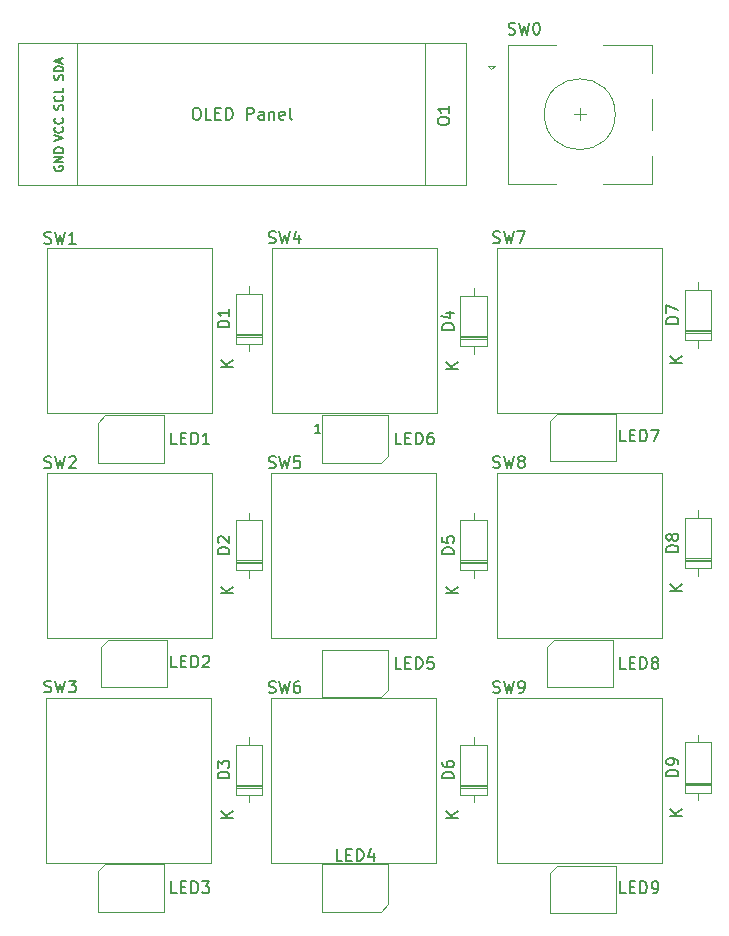
<source format=gbr>
%TF.GenerationSoftware,KiCad,Pcbnew,9.0.7*%
%TF.CreationDate,2026-02-06T20:11:41-05:00*%
%TF.ProjectId,Keypad,4b657970-6164-42e6-9b69-6361645f7063,rev?*%
%TF.SameCoordinates,Original*%
%TF.FileFunction,Legend,Top*%
%TF.FilePolarity,Positive*%
%FSLAX46Y46*%
G04 Gerber Fmt 4.6, Leading zero omitted, Abs format (unit mm)*
G04 Created by KiCad (PCBNEW 9.0.7) date 2026-02-06 20:11:41*
%MOMM*%
%LPD*%
G01*
G04 APERTURE LIST*
%ADD10C,0.150000*%
%ADD11C,0.120000*%
%ADD12C,0.040000*%
G04 APERTURE END LIST*
D10*
X130880952Y-111329819D02*
X130404762Y-111329819D01*
X130404762Y-111329819D02*
X130404762Y-110329819D01*
X131214286Y-110806009D02*
X131547619Y-110806009D01*
X131690476Y-111329819D02*
X131214286Y-111329819D01*
X131214286Y-111329819D02*
X131214286Y-110329819D01*
X131214286Y-110329819D02*
X131690476Y-110329819D01*
X132119048Y-111329819D02*
X132119048Y-110329819D01*
X132119048Y-110329819D02*
X132357143Y-110329819D01*
X132357143Y-110329819D02*
X132500000Y-110377438D01*
X132500000Y-110377438D02*
X132595238Y-110472676D01*
X132595238Y-110472676D02*
X132642857Y-110567914D01*
X132642857Y-110567914D02*
X132690476Y-110758390D01*
X132690476Y-110758390D02*
X132690476Y-110901247D01*
X132690476Y-110901247D02*
X132642857Y-111091723D01*
X132642857Y-111091723D02*
X132595238Y-111186961D01*
X132595238Y-111186961D02*
X132500000Y-111282200D01*
X132500000Y-111282200D02*
X132357143Y-111329819D01*
X132357143Y-111329819D02*
X132119048Y-111329819D01*
X133071429Y-110425057D02*
X133119048Y-110377438D01*
X133119048Y-110377438D02*
X133214286Y-110329819D01*
X133214286Y-110329819D02*
X133452381Y-110329819D01*
X133452381Y-110329819D02*
X133547619Y-110377438D01*
X133547619Y-110377438D02*
X133595238Y-110425057D01*
X133595238Y-110425057D02*
X133642857Y-110520295D01*
X133642857Y-110520295D02*
X133642857Y-110615533D01*
X133642857Y-110615533D02*
X133595238Y-110758390D01*
X133595238Y-110758390D02*
X133023810Y-111329819D01*
X133023810Y-111329819D02*
X133642857Y-111329819D01*
X138666667Y-94407200D02*
X138809524Y-94454819D01*
X138809524Y-94454819D02*
X139047619Y-94454819D01*
X139047619Y-94454819D02*
X139142857Y-94407200D01*
X139142857Y-94407200D02*
X139190476Y-94359580D01*
X139190476Y-94359580D02*
X139238095Y-94264342D01*
X139238095Y-94264342D02*
X139238095Y-94169104D01*
X139238095Y-94169104D02*
X139190476Y-94073866D01*
X139190476Y-94073866D02*
X139142857Y-94026247D01*
X139142857Y-94026247D02*
X139047619Y-93978628D01*
X139047619Y-93978628D02*
X138857143Y-93931009D01*
X138857143Y-93931009D02*
X138761905Y-93883390D01*
X138761905Y-93883390D02*
X138714286Y-93835771D01*
X138714286Y-93835771D02*
X138666667Y-93740533D01*
X138666667Y-93740533D02*
X138666667Y-93645295D01*
X138666667Y-93645295D02*
X138714286Y-93550057D01*
X138714286Y-93550057D02*
X138761905Y-93502438D01*
X138761905Y-93502438D02*
X138857143Y-93454819D01*
X138857143Y-93454819D02*
X139095238Y-93454819D01*
X139095238Y-93454819D02*
X139238095Y-93502438D01*
X139571429Y-93454819D02*
X139809524Y-94454819D01*
X139809524Y-94454819D02*
X140000000Y-93740533D01*
X140000000Y-93740533D02*
X140190476Y-94454819D01*
X140190476Y-94454819D02*
X140428572Y-93454819D01*
X141285714Y-93454819D02*
X140809524Y-93454819D01*
X140809524Y-93454819D02*
X140761905Y-93931009D01*
X140761905Y-93931009D02*
X140809524Y-93883390D01*
X140809524Y-93883390D02*
X140904762Y-93835771D01*
X140904762Y-93835771D02*
X141142857Y-93835771D01*
X141142857Y-93835771D02*
X141238095Y-93883390D01*
X141238095Y-93883390D02*
X141285714Y-93931009D01*
X141285714Y-93931009D02*
X141333333Y-94026247D01*
X141333333Y-94026247D02*
X141333333Y-94264342D01*
X141333333Y-94264342D02*
X141285714Y-94359580D01*
X141285714Y-94359580D02*
X141238095Y-94407200D01*
X141238095Y-94407200D02*
X141142857Y-94454819D01*
X141142857Y-94454819D02*
X140904762Y-94454819D01*
X140904762Y-94454819D02*
X140809524Y-94407200D01*
X140809524Y-94407200D02*
X140761905Y-94359580D01*
X168880952Y-130454819D02*
X168404762Y-130454819D01*
X168404762Y-130454819D02*
X168404762Y-129454819D01*
X169214286Y-129931009D02*
X169547619Y-129931009D01*
X169690476Y-130454819D02*
X169214286Y-130454819D01*
X169214286Y-130454819D02*
X169214286Y-129454819D01*
X169214286Y-129454819D02*
X169690476Y-129454819D01*
X170119048Y-130454819D02*
X170119048Y-129454819D01*
X170119048Y-129454819D02*
X170357143Y-129454819D01*
X170357143Y-129454819D02*
X170500000Y-129502438D01*
X170500000Y-129502438D02*
X170595238Y-129597676D01*
X170595238Y-129597676D02*
X170642857Y-129692914D01*
X170642857Y-129692914D02*
X170690476Y-129883390D01*
X170690476Y-129883390D02*
X170690476Y-130026247D01*
X170690476Y-130026247D02*
X170642857Y-130216723D01*
X170642857Y-130216723D02*
X170595238Y-130311961D01*
X170595238Y-130311961D02*
X170500000Y-130407200D01*
X170500000Y-130407200D02*
X170357143Y-130454819D01*
X170357143Y-130454819D02*
X170119048Y-130454819D01*
X171166667Y-130454819D02*
X171357143Y-130454819D01*
X171357143Y-130454819D02*
X171452381Y-130407200D01*
X171452381Y-130407200D02*
X171500000Y-130359580D01*
X171500000Y-130359580D02*
X171595238Y-130216723D01*
X171595238Y-130216723D02*
X171642857Y-130026247D01*
X171642857Y-130026247D02*
X171642857Y-129645295D01*
X171642857Y-129645295D02*
X171595238Y-129550057D01*
X171595238Y-129550057D02*
X171547619Y-129502438D01*
X171547619Y-129502438D02*
X171452381Y-129454819D01*
X171452381Y-129454819D02*
X171261905Y-129454819D01*
X171261905Y-129454819D02*
X171166667Y-129502438D01*
X171166667Y-129502438D02*
X171119048Y-129550057D01*
X171119048Y-129550057D02*
X171071429Y-129645295D01*
X171071429Y-129645295D02*
X171071429Y-129883390D01*
X171071429Y-129883390D02*
X171119048Y-129978628D01*
X171119048Y-129978628D02*
X171166667Y-130026247D01*
X171166667Y-130026247D02*
X171261905Y-130073866D01*
X171261905Y-130073866D02*
X171452381Y-130073866D01*
X171452381Y-130073866D02*
X171547619Y-130026247D01*
X171547619Y-130026247D02*
X171595238Y-129978628D01*
X171595238Y-129978628D02*
X171642857Y-129883390D01*
X138666667Y-75373200D02*
X138809524Y-75420819D01*
X138809524Y-75420819D02*
X139047619Y-75420819D01*
X139047619Y-75420819D02*
X139142857Y-75373200D01*
X139142857Y-75373200D02*
X139190476Y-75325580D01*
X139190476Y-75325580D02*
X139238095Y-75230342D01*
X139238095Y-75230342D02*
X139238095Y-75135104D01*
X139238095Y-75135104D02*
X139190476Y-75039866D01*
X139190476Y-75039866D02*
X139142857Y-74992247D01*
X139142857Y-74992247D02*
X139047619Y-74944628D01*
X139047619Y-74944628D02*
X138857143Y-74897009D01*
X138857143Y-74897009D02*
X138761905Y-74849390D01*
X138761905Y-74849390D02*
X138714286Y-74801771D01*
X138714286Y-74801771D02*
X138666667Y-74706533D01*
X138666667Y-74706533D02*
X138666667Y-74611295D01*
X138666667Y-74611295D02*
X138714286Y-74516057D01*
X138714286Y-74516057D02*
X138761905Y-74468438D01*
X138761905Y-74468438D02*
X138857143Y-74420819D01*
X138857143Y-74420819D02*
X139095238Y-74420819D01*
X139095238Y-74420819D02*
X139238095Y-74468438D01*
X139571429Y-74420819D02*
X139809524Y-75420819D01*
X139809524Y-75420819D02*
X140000000Y-74706533D01*
X140000000Y-74706533D02*
X140190476Y-75420819D01*
X140190476Y-75420819D02*
X140428572Y-74420819D01*
X141238095Y-74754152D02*
X141238095Y-75420819D01*
X141000000Y-74373200D02*
X140761905Y-75087485D01*
X140761905Y-75087485D02*
X141380952Y-75087485D01*
X119666667Y-113407200D02*
X119809524Y-113454819D01*
X119809524Y-113454819D02*
X120047619Y-113454819D01*
X120047619Y-113454819D02*
X120142857Y-113407200D01*
X120142857Y-113407200D02*
X120190476Y-113359580D01*
X120190476Y-113359580D02*
X120238095Y-113264342D01*
X120238095Y-113264342D02*
X120238095Y-113169104D01*
X120238095Y-113169104D02*
X120190476Y-113073866D01*
X120190476Y-113073866D02*
X120142857Y-113026247D01*
X120142857Y-113026247D02*
X120047619Y-112978628D01*
X120047619Y-112978628D02*
X119857143Y-112931009D01*
X119857143Y-112931009D02*
X119761905Y-112883390D01*
X119761905Y-112883390D02*
X119714286Y-112835771D01*
X119714286Y-112835771D02*
X119666667Y-112740533D01*
X119666667Y-112740533D02*
X119666667Y-112645295D01*
X119666667Y-112645295D02*
X119714286Y-112550057D01*
X119714286Y-112550057D02*
X119761905Y-112502438D01*
X119761905Y-112502438D02*
X119857143Y-112454819D01*
X119857143Y-112454819D02*
X120095238Y-112454819D01*
X120095238Y-112454819D02*
X120238095Y-112502438D01*
X120571429Y-112454819D02*
X120809524Y-113454819D01*
X120809524Y-113454819D02*
X121000000Y-112740533D01*
X121000000Y-112740533D02*
X121190476Y-113454819D01*
X121190476Y-113454819D02*
X121428572Y-112454819D01*
X121714286Y-112454819D02*
X122333333Y-112454819D01*
X122333333Y-112454819D02*
X122000000Y-112835771D01*
X122000000Y-112835771D02*
X122142857Y-112835771D01*
X122142857Y-112835771D02*
X122238095Y-112883390D01*
X122238095Y-112883390D02*
X122285714Y-112931009D01*
X122285714Y-112931009D02*
X122333333Y-113026247D01*
X122333333Y-113026247D02*
X122333333Y-113264342D01*
X122333333Y-113264342D02*
X122285714Y-113359580D01*
X122285714Y-113359580D02*
X122238095Y-113407200D01*
X122238095Y-113407200D02*
X122142857Y-113454819D01*
X122142857Y-113454819D02*
X121857143Y-113454819D01*
X121857143Y-113454819D02*
X121761905Y-113407200D01*
X121761905Y-113407200D02*
X121714286Y-113359580D01*
X144880952Y-127704819D02*
X144404762Y-127704819D01*
X144404762Y-127704819D02*
X144404762Y-126704819D01*
X145214286Y-127181009D02*
X145547619Y-127181009D01*
X145690476Y-127704819D02*
X145214286Y-127704819D01*
X145214286Y-127704819D02*
X145214286Y-126704819D01*
X145214286Y-126704819D02*
X145690476Y-126704819D01*
X146119048Y-127704819D02*
X146119048Y-126704819D01*
X146119048Y-126704819D02*
X146357143Y-126704819D01*
X146357143Y-126704819D02*
X146500000Y-126752438D01*
X146500000Y-126752438D02*
X146595238Y-126847676D01*
X146595238Y-126847676D02*
X146642857Y-126942914D01*
X146642857Y-126942914D02*
X146690476Y-127133390D01*
X146690476Y-127133390D02*
X146690476Y-127276247D01*
X146690476Y-127276247D02*
X146642857Y-127466723D01*
X146642857Y-127466723D02*
X146595238Y-127561961D01*
X146595238Y-127561961D02*
X146500000Y-127657200D01*
X146500000Y-127657200D02*
X146357143Y-127704819D01*
X146357143Y-127704819D02*
X146119048Y-127704819D01*
X147547619Y-127038152D02*
X147547619Y-127704819D01*
X147309524Y-126657200D02*
X147071429Y-127371485D01*
X147071429Y-127371485D02*
X147690476Y-127371485D01*
X149880952Y-92454819D02*
X149404762Y-92454819D01*
X149404762Y-92454819D02*
X149404762Y-91454819D01*
X150214286Y-91931009D02*
X150547619Y-91931009D01*
X150690476Y-92454819D02*
X150214286Y-92454819D01*
X150214286Y-92454819D02*
X150214286Y-91454819D01*
X150214286Y-91454819D02*
X150690476Y-91454819D01*
X151119048Y-92454819D02*
X151119048Y-91454819D01*
X151119048Y-91454819D02*
X151357143Y-91454819D01*
X151357143Y-91454819D02*
X151500000Y-91502438D01*
X151500000Y-91502438D02*
X151595238Y-91597676D01*
X151595238Y-91597676D02*
X151642857Y-91692914D01*
X151642857Y-91692914D02*
X151690476Y-91883390D01*
X151690476Y-91883390D02*
X151690476Y-92026247D01*
X151690476Y-92026247D02*
X151642857Y-92216723D01*
X151642857Y-92216723D02*
X151595238Y-92311961D01*
X151595238Y-92311961D02*
X151500000Y-92407200D01*
X151500000Y-92407200D02*
X151357143Y-92454819D01*
X151357143Y-92454819D02*
X151119048Y-92454819D01*
X152547619Y-91454819D02*
X152357143Y-91454819D01*
X152357143Y-91454819D02*
X152261905Y-91502438D01*
X152261905Y-91502438D02*
X152214286Y-91550057D01*
X152214286Y-91550057D02*
X152119048Y-91692914D01*
X152119048Y-91692914D02*
X152071429Y-91883390D01*
X152071429Y-91883390D02*
X152071429Y-92264342D01*
X152071429Y-92264342D02*
X152119048Y-92359580D01*
X152119048Y-92359580D02*
X152166667Y-92407200D01*
X152166667Y-92407200D02*
X152261905Y-92454819D01*
X152261905Y-92454819D02*
X152452381Y-92454819D01*
X152452381Y-92454819D02*
X152547619Y-92407200D01*
X152547619Y-92407200D02*
X152595238Y-92359580D01*
X152595238Y-92359580D02*
X152642857Y-92264342D01*
X152642857Y-92264342D02*
X152642857Y-92026247D01*
X152642857Y-92026247D02*
X152595238Y-91931009D01*
X152595238Y-91931009D02*
X152547619Y-91883390D01*
X152547619Y-91883390D02*
X152452381Y-91835771D01*
X152452381Y-91835771D02*
X152261905Y-91835771D01*
X152261905Y-91835771D02*
X152166667Y-91883390D01*
X152166667Y-91883390D02*
X152119048Y-91931009D01*
X152119048Y-91931009D02*
X152071429Y-92026247D01*
X143028571Y-91487295D02*
X142571428Y-91487295D01*
X142800000Y-91487295D02*
X142800000Y-90687295D01*
X142800000Y-90687295D02*
X142723809Y-90801580D01*
X142723809Y-90801580D02*
X142647619Y-90877771D01*
X142647619Y-90877771D02*
X142571428Y-90915866D01*
X158966667Y-57707200D02*
X159109524Y-57754819D01*
X159109524Y-57754819D02*
X159347619Y-57754819D01*
X159347619Y-57754819D02*
X159442857Y-57707200D01*
X159442857Y-57707200D02*
X159490476Y-57659580D01*
X159490476Y-57659580D02*
X159538095Y-57564342D01*
X159538095Y-57564342D02*
X159538095Y-57469104D01*
X159538095Y-57469104D02*
X159490476Y-57373866D01*
X159490476Y-57373866D02*
X159442857Y-57326247D01*
X159442857Y-57326247D02*
X159347619Y-57278628D01*
X159347619Y-57278628D02*
X159157143Y-57231009D01*
X159157143Y-57231009D02*
X159061905Y-57183390D01*
X159061905Y-57183390D02*
X159014286Y-57135771D01*
X159014286Y-57135771D02*
X158966667Y-57040533D01*
X158966667Y-57040533D02*
X158966667Y-56945295D01*
X158966667Y-56945295D02*
X159014286Y-56850057D01*
X159014286Y-56850057D02*
X159061905Y-56802438D01*
X159061905Y-56802438D02*
X159157143Y-56754819D01*
X159157143Y-56754819D02*
X159395238Y-56754819D01*
X159395238Y-56754819D02*
X159538095Y-56802438D01*
X159871429Y-56754819D02*
X160109524Y-57754819D01*
X160109524Y-57754819D02*
X160300000Y-57040533D01*
X160300000Y-57040533D02*
X160490476Y-57754819D01*
X160490476Y-57754819D02*
X160728572Y-56754819D01*
X161300000Y-56754819D02*
X161395238Y-56754819D01*
X161395238Y-56754819D02*
X161490476Y-56802438D01*
X161490476Y-56802438D02*
X161538095Y-56850057D01*
X161538095Y-56850057D02*
X161585714Y-56945295D01*
X161585714Y-56945295D02*
X161633333Y-57135771D01*
X161633333Y-57135771D02*
X161633333Y-57373866D01*
X161633333Y-57373866D02*
X161585714Y-57564342D01*
X161585714Y-57564342D02*
X161538095Y-57659580D01*
X161538095Y-57659580D02*
X161490476Y-57707200D01*
X161490476Y-57707200D02*
X161395238Y-57754819D01*
X161395238Y-57754819D02*
X161300000Y-57754819D01*
X161300000Y-57754819D02*
X161204762Y-57707200D01*
X161204762Y-57707200D02*
X161157143Y-57659580D01*
X161157143Y-57659580D02*
X161109524Y-57564342D01*
X161109524Y-57564342D02*
X161061905Y-57373866D01*
X161061905Y-57373866D02*
X161061905Y-57135771D01*
X161061905Y-57135771D02*
X161109524Y-56945295D01*
X161109524Y-56945295D02*
X161157143Y-56850057D01*
X161157143Y-56850057D02*
X161204762Y-56802438D01*
X161204762Y-56802438D02*
X161300000Y-56754819D01*
X135334819Y-120738094D02*
X134334819Y-120738094D01*
X134334819Y-120738094D02*
X134334819Y-120499999D01*
X134334819Y-120499999D02*
X134382438Y-120357142D01*
X134382438Y-120357142D02*
X134477676Y-120261904D01*
X134477676Y-120261904D02*
X134572914Y-120214285D01*
X134572914Y-120214285D02*
X134763390Y-120166666D01*
X134763390Y-120166666D02*
X134906247Y-120166666D01*
X134906247Y-120166666D02*
X135096723Y-120214285D01*
X135096723Y-120214285D02*
X135191961Y-120261904D01*
X135191961Y-120261904D02*
X135287200Y-120357142D01*
X135287200Y-120357142D02*
X135334819Y-120499999D01*
X135334819Y-120499999D02*
X135334819Y-120738094D01*
X134334819Y-119833332D02*
X134334819Y-119214285D01*
X134334819Y-119214285D02*
X134715771Y-119547618D01*
X134715771Y-119547618D02*
X134715771Y-119404761D01*
X134715771Y-119404761D02*
X134763390Y-119309523D01*
X134763390Y-119309523D02*
X134811009Y-119261904D01*
X134811009Y-119261904D02*
X134906247Y-119214285D01*
X134906247Y-119214285D02*
X135144342Y-119214285D01*
X135144342Y-119214285D02*
X135239580Y-119261904D01*
X135239580Y-119261904D02*
X135287200Y-119309523D01*
X135287200Y-119309523D02*
X135334819Y-119404761D01*
X135334819Y-119404761D02*
X135334819Y-119690475D01*
X135334819Y-119690475D02*
X135287200Y-119785713D01*
X135287200Y-119785713D02*
X135239580Y-119833332D01*
X135654819Y-124071904D02*
X134654819Y-124071904D01*
X135654819Y-123500476D02*
X135083390Y-123929047D01*
X134654819Y-123500476D02*
X135226247Y-124071904D01*
X119666667Y-75407200D02*
X119809524Y-75454819D01*
X119809524Y-75454819D02*
X120047619Y-75454819D01*
X120047619Y-75454819D02*
X120142857Y-75407200D01*
X120142857Y-75407200D02*
X120190476Y-75359580D01*
X120190476Y-75359580D02*
X120238095Y-75264342D01*
X120238095Y-75264342D02*
X120238095Y-75169104D01*
X120238095Y-75169104D02*
X120190476Y-75073866D01*
X120190476Y-75073866D02*
X120142857Y-75026247D01*
X120142857Y-75026247D02*
X120047619Y-74978628D01*
X120047619Y-74978628D02*
X119857143Y-74931009D01*
X119857143Y-74931009D02*
X119761905Y-74883390D01*
X119761905Y-74883390D02*
X119714286Y-74835771D01*
X119714286Y-74835771D02*
X119666667Y-74740533D01*
X119666667Y-74740533D02*
X119666667Y-74645295D01*
X119666667Y-74645295D02*
X119714286Y-74550057D01*
X119714286Y-74550057D02*
X119761905Y-74502438D01*
X119761905Y-74502438D02*
X119857143Y-74454819D01*
X119857143Y-74454819D02*
X120095238Y-74454819D01*
X120095238Y-74454819D02*
X120238095Y-74502438D01*
X120571429Y-74454819D02*
X120809524Y-75454819D01*
X120809524Y-75454819D02*
X121000000Y-74740533D01*
X121000000Y-74740533D02*
X121190476Y-75454819D01*
X121190476Y-75454819D02*
X121428572Y-74454819D01*
X122333333Y-75454819D02*
X121761905Y-75454819D01*
X122047619Y-75454819D02*
X122047619Y-74454819D01*
X122047619Y-74454819D02*
X121952381Y-74597676D01*
X121952381Y-74597676D02*
X121857143Y-74692914D01*
X121857143Y-74692914D02*
X121761905Y-74740533D01*
X173334819Y-120548094D02*
X172334819Y-120548094D01*
X172334819Y-120548094D02*
X172334819Y-120309999D01*
X172334819Y-120309999D02*
X172382438Y-120167142D01*
X172382438Y-120167142D02*
X172477676Y-120071904D01*
X172477676Y-120071904D02*
X172572914Y-120024285D01*
X172572914Y-120024285D02*
X172763390Y-119976666D01*
X172763390Y-119976666D02*
X172906247Y-119976666D01*
X172906247Y-119976666D02*
X173096723Y-120024285D01*
X173096723Y-120024285D02*
X173191961Y-120071904D01*
X173191961Y-120071904D02*
X173287200Y-120167142D01*
X173287200Y-120167142D02*
X173334819Y-120309999D01*
X173334819Y-120309999D02*
X173334819Y-120548094D01*
X173334819Y-119500475D02*
X173334819Y-119309999D01*
X173334819Y-119309999D02*
X173287200Y-119214761D01*
X173287200Y-119214761D02*
X173239580Y-119167142D01*
X173239580Y-119167142D02*
X173096723Y-119071904D01*
X173096723Y-119071904D02*
X172906247Y-119024285D01*
X172906247Y-119024285D02*
X172525295Y-119024285D01*
X172525295Y-119024285D02*
X172430057Y-119071904D01*
X172430057Y-119071904D02*
X172382438Y-119119523D01*
X172382438Y-119119523D02*
X172334819Y-119214761D01*
X172334819Y-119214761D02*
X172334819Y-119405237D01*
X172334819Y-119405237D02*
X172382438Y-119500475D01*
X172382438Y-119500475D02*
X172430057Y-119548094D01*
X172430057Y-119548094D02*
X172525295Y-119595713D01*
X172525295Y-119595713D02*
X172763390Y-119595713D01*
X172763390Y-119595713D02*
X172858628Y-119548094D01*
X172858628Y-119548094D02*
X172906247Y-119500475D01*
X172906247Y-119500475D02*
X172953866Y-119405237D01*
X172953866Y-119405237D02*
X172953866Y-119214761D01*
X172953866Y-119214761D02*
X172906247Y-119119523D01*
X172906247Y-119119523D02*
X172858628Y-119071904D01*
X172858628Y-119071904D02*
X172763390Y-119024285D01*
X173654819Y-123881904D02*
X172654819Y-123881904D01*
X173654819Y-123310476D02*
X173083390Y-123739047D01*
X172654819Y-123310476D02*
X173226247Y-123881904D01*
X135334819Y-82548094D02*
X134334819Y-82548094D01*
X134334819Y-82548094D02*
X134334819Y-82309999D01*
X134334819Y-82309999D02*
X134382438Y-82167142D01*
X134382438Y-82167142D02*
X134477676Y-82071904D01*
X134477676Y-82071904D02*
X134572914Y-82024285D01*
X134572914Y-82024285D02*
X134763390Y-81976666D01*
X134763390Y-81976666D02*
X134906247Y-81976666D01*
X134906247Y-81976666D02*
X135096723Y-82024285D01*
X135096723Y-82024285D02*
X135191961Y-82071904D01*
X135191961Y-82071904D02*
X135287200Y-82167142D01*
X135287200Y-82167142D02*
X135334819Y-82309999D01*
X135334819Y-82309999D02*
X135334819Y-82548094D01*
X135334819Y-81024285D02*
X135334819Y-81595713D01*
X135334819Y-81309999D02*
X134334819Y-81309999D01*
X134334819Y-81309999D02*
X134477676Y-81405237D01*
X134477676Y-81405237D02*
X134572914Y-81500475D01*
X134572914Y-81500475D02*
X134620533Y-81595713D01*
X135654819Y-85881904D02*
X134654819Y-85881904D01*
X135654819Y-85310476D02*
X135083390Y-85739047D01*
X134654819Y-85310476D02*
X135226247Y-85881904D01*
X154334819Y-101738094D02*
X153334819Y-101738094D01*
X153334819Y-101738094D02*
X153334819Y-101499999D01*
X153334819Y-101499999D02*
X153382438Y-101357142D01*
X153382438Y-101357142D02*
X153477676Y-101261904D01*
X153477676Y-101261904D02*
X153572914Y-101214285D01*
X153572914Y-101214285D02*
X153763390Y-101166666D01*
X153763390Y-101166666D02*
X153906247Y-101166666D01*
X153906247Y-101166666D02*
X154096723Y-101214285D01*
X154096723Y-101214285D02*
X154191961Y-101261904D01*
X154191961Y-101261904D02*
X154287200Y-101357142D01*
X154287200Y-101357142D02*
X154334819Y-101499999D01*
X154334819Y-101499999D02*
X154334819Y-101738094D01*
X153334819Y-100261904D02*
X153334819Y-100738094D01*
X153334819Y-100738094D02*
X153811009Y-100785713D01*
X153811009Y-100785713D02*
X153763390Y-100738094D01*
X153763390Y-100738094D02*
X153715771Y-100642856D01*
X153715771Y-100642856D02*
X153715771Y-100404761D01*
X153715771Y-100404761D02*
X153763390Y-100309523D01*
X153763390Y-100309523D02*
X153811009Y-100261904D01*
X153811009Y-100261904D02*
X153906247Y-100214285D01*
X153906247Y-100214285D02*
X154144342Y-100214285D01*
X154144342Y-100214285D02*
X154239580Y-100261904D01*
X154239580Y-100261904D02*
X154287200Y-100309523D01*
X154287200Y-100309523D02*
X154334819Y-100404761D01*
X154334819Y-100404761D02*
X154334819Y-100642856D01*
X154334819Y-100642856D02*
X154287200Y-100738094D01*
X154287200Y-100738094D02*
X154239580Y-100785713D01*
X154654819Y-105071904D02*
X153654819Y-105071904D01*
X154654819Y-104500476D02*
X154083390Y-104929047D01*
X153654819Y-104500476D02*
X154226247Y-105071904D01*
X130880952Y-130454819D02*
X130404762Y-130454819D01*
X130404762Y-130454819D02*
X130404762Y-129454819D01*
X131214286Y-129931009D02*
X131547619Y-129931009D01*
X131690476Y-130454819D02*
X131214286Y-130454819D01*
X131214286Y-130454819D02*
X131214286Y-129454819D01*
X131214286Y-129454819D02*
X131690476Y-129454819D01*
X132119048Y-130454819D02*
X132119048Y-129454819D01*
X132119048Y-129454819D02*
X132357143Y-129454819D01*
X132357143Y-129454819D02*
X132500000Y-129502438D01*
X132500000Y-129502438D02*
X132595238Y-129597676D01*
X132595238Y-129597676D02*
X132642857Y-129692914D01*
X132642857Y-129692914D02*
X132690476Y-129883390D01*
X132690476Y-129883390D02*
X132690476Y-130026247D01*
X132690476Y-130026247D02*
X132642857Y-130216723D01*
X132642857Y-130216723D02*
X132595238Y-130311961D01*
X132595238Y-130311961D02*
X132500000Y-130407200D01*
X132500000Y-130407200D02*
X132357143Y-130454819D01*
X132357143Y-130454819D02*
X132119048Y-130454819D01*
X133023810Y-129454819D02*
X133642857Y-129454819D01*
X133642857Y-129454819D02*
X133309524Y-129835771D01*
X133309524Y-129835771D02*
X133452381Y-129835771D01*
X133452381Y-129835771D02*
X133547619Y-129883390D01*
X133547619Y-129883390D02*
X133595238Y-129931009D01*
X133595238Y-129931009D02*
X133642857Y-130026247D01*
X133642857Y-130026247D02*
X133642857Y-130264342D01*
X133642857Y-130264342D02*
X133595238Y-130359580D01*
X133595238Y-130359580D02*
X133547619Y-130407200D01*
X133547619Y-130407200D02*
X133452381Y-130454819D01*
X133452381Y-130454819D02*
X133166667Y-130454819D01*
X133166667Y-130454819D02*
X133071429Y-130407200D01*
X133071429Y-130407200D02*
X133023810Y-130359580D01*
X173334819Y-101548094D02*
X172334819Y-101548094D01*
X172334819Y-101548094D02*
X172334819Y-101309999D01*
X172334819Y-101309999D02*
X172382438Y-101167142D01*
X172382438Y-101167142D02*
X172477676Y-101071904D01*
X172477676Y-101071904D02*
X172572914Y-101024285D01*
X172572914Y-101024285D02*
X172763390Y-100976666D01*
X172763390Y-100976666D02*
X172906247Y-100976666D01*
X172906247Y-100976666D02*
X173096723Y-101024285D01*
X173096723Y-101024285D02*
X173191961Y-101071904D01*
X173191961Y-101071904D02*
X173287200Y-101167142D01*
X173287200Y-101167142D02*
X173334819Y-101309999D01*
X173334819Y-101309999D02*
X173334819Y-101548094D01*
X172763390Y-100405237D02*
X172715771Y-100500475D01*
X172715771Y-100500475D02*
X172668152Y-100548094D01*
X172668152Y-100548094D02*
X172572914Y-100595713D01*
X172572914Y-100595713D02*
X172525295Y-100595713D01*
X172525295Y-100595713D02*
X172430057Y-100548094D01*
X172430057Y-100548094D02*
X172382438Y-100500475D01*
X172382438Y-100500475D02*
X172334819Y-100405237D01*
X172334819Y-100405237D02*
X172334819Y-100214761D01*
X172334819Y-100214761D02*
X172382438Y-100119523D01*
X172382438Y-100119523D02*
X172430057Y-100071904D01*
X172430057Y-100071904D02*
X172525295Y-100024285D01*
X172525295Y-100024285D02*
X172572914Y-100024285D01*
X172572914Y-100024285D02*
X172668152Y-100071904D01*
X172668152Y-100071904D02*
X172715771Y-100119523D01*
X172715771Y-100119523D02*
X172763390Y-100214761D01*
X172763390Y-100214761D02*
X172763390Y-100405237D01*
X172763390Y-100405237D02*
X172811009Y-100500475D01*
X172811009Y-100500475D02*
X172858628Y-100548094D01*
X172858628Y-100548094D02*
X172953866Y-100595713D01*
X172953866Y-100595713D02*
X173144342Y-100595713D01*
X173144342Y-100595713D02*
X173239580Y-100548094D01*
X173239580Y-100548094D02*
X173287200Y-100500475D01*
X173287200Y-100500475D02*
X173334819Y-100405237D01*
X173334819Y-100405237D02*
X173334819Y-100214761D01*
X173334819Y-100214761D02*
X173287200Y-100119523D01*
X173287200Y-100119523D02*
X173239580Y-100071904D01*
X173239580Y-100071904D02*
X173144342Y-100024285D01*
X173144342Y-100024285D02*
X172953866Y-100024285D01*
X172953866Y-100024285D02*
X172858628Y-100071904D01*
X172858628Y-100071904D02*
X172811009Y-100119523D01*
X172811009Y-100119523D02*
X172763390Y-100214761D01*
X173654819Y-104881904D02*
X172654819Y-104881904D01*
X173654819Y-104310476D02*
X173083390Y-104739047D01*
X172654819Y-104310476D02*
X173226247Y-104881904D01*
X157666667Y-113443200D02*
X157809524Y-113490819D01*
X157809524Y-113490819D02*
X158047619Y-113490819D01*
X158047619Y-113490819D02*
X158142857Y-113443200D01*
X158142857Y-113443200D02*
X158190476Y-113395580D01*
X158190476Y-113395580D02*
X158238095Y-113300342D01*
X158238095Y-113300342D02*
X158238095Y-113205104D01*
X158238095Y-113205104D02*
X158190476Y-113109866D01*
X158190476Y-113109866D02*
X158142857Y-113062247D01*
X158142857Y-113062247D02*
X158047619Y-113014628D01*
X158047619Y-113014628D02*
X157857143Y-112967009D01*
X157857143Y-112967009D02*
X157761905Y-112919390D01*
X157761905Y-112919390D02*
X157714286Y-112871771D01*
X157714286Y-112871771D02*
X157666667Y-112776533D01*
X157666667Y-112776533D02*
X157666667Y-112681295D01*
X157666667Y-112681295D02*
X157714286Y-112586057D01*
X157714286Y-112586057D02*
X157761905Y-112538438D01*
X157761905Y-112538438D02*
X157857143Y-112490819D01*
X157857143Y-112490819D02*
X158095238Y-112490819D01*
X158095238Y-112490819D02*
X158238095Y-112538438D01*
X158571429Y-112490819D02*
X158809524Y-113490819D01*
X158809524Y-113490819D02*
X159000000Y-112776533D01*
X159000000Y-112776533D02*
X159190476Y-113490819D01*
X159190476Y-113490819D02*
X159428572Y-112490819D01*
X159857143Y-113490819D02*
X160047619Y-113490819D01*
X160047619Y-113490819D02*
X160142857Y-113443200D01*
X160142857Y-113443200D02*
X160190476Y-113395580D01*
X160190476Y-113395580D02*
X160285714Y-113252723D01*
X160285714Y-113252723D02*
X160333333Y-113062247D01*
X160333333Y-113062247D02*
X160333333Y-112681295D01*
X160333333Y-112681295D02*
X160285714Y-112586057D01*
X160285714Y-112586057D02*
X160238095Y-112538438D01*
X160238095Y-112538438D02*
X160142857Y-112490819D01*
X160142857Y-112490819D02*
X159952381Y-112490819D01*
X159952381Y-112490819D02*
X159857143Y-112538438D01*
X159857143Y-112538438D02*
X159809524Y-112586057D01*
X159809524Y-112586057D02*
X159761905Y-112681295D01*
X159761905Y-112681295D02*
X159761905Y-112919390D01*
X159761905Y-112919390D02*
X159809524Y-113014628D01*
X159809524Y-113014628D02*
X159857143Y-113062247D01*
X159857143Y-113062247D02*
X159952381Y-113109866D01*
X159952381Y-113109866D02*
X160142857Y-113109866D01*
X160142857Y-113109866D02*
X160238095Y-113062247D01*
X160238095Y-113062247D02*
X160285714Y-113014628D01*
X160285714Y-113014628D02*
X160333333Y-112919390D01*
X152954819Y-65161428D02*
X152954819Y-64970952D01*
X152954819Y-64970952D02*
X153002438Y-64875714D01*
X153002438Y-64875714D02*
X153097676Y-64780476D01*
X153097676Y-64780476D02*
X153288152Y-64732857D01*
X153288152Y-64732857D02*
X153621485Y-64732857D01*
X153621485Y-64732857D02*
X153811961Y-64780476D01*
X153811961Y-64780476D02*
X153907200Y-64875714D01*
X153907200Y-64875714D02*
X153954819Y-64970952D01*
X153954819Y-64970952D02*
X153954819Y-65161428D01*
X153954819Y-65161428D02*
X153907200Y-65256666D01*
X153907200Y-65256666D02*
X153811961Y-65351904D01*
X153811961Y-65351904D02*
X153621485Y-65399523D01*
X153621485Y-65399523D02*
X153288152Y-65399523D01*
X153288152Y-65399523D02*
X153097676Y-65351904D01*
X153097676Y-65351904D02*
X153002438Y-65256666D01*
X153002438Y-65256666D02*
X152954819Y-65161428D01*
X153954819Y-63780476D02*
X153954819Y-64351904D01*
X153954819Y-64066190D02*
X152954819Y-64066190D01*
X152954819Y-64066190D02*
X153097676Y-64161428D01*
X153097676Y-64161428D02*
X153192914Y-64256666D01*
X153192914Y-64256666D02*
X153240533Y-64351904D01*
X121203450Y-64122856D02*
X121239164Y-64015714D01*
X121239164Y-64015714D02*
X121239164Y-63837142D01*
X121239164Y-63837142D02*
X121203450Y-63765714D01*
X121203450Y-63765714D02*
X121167735Y-63729999D01*
X121167735Y-63729999D02*
X121096307Y-63694285D01*
X121096307Y-63694285D02*
X121024878Y-63694285D01*
X121024878Y-63694285D02*
X120953450Y-63729999D01*
X120953450Y-63729999D02*
X120917735Y-63765714D01*
X120917735Y-63765714D02*
X120882021Y-63837142D01*
X120882021Y-63837142D02*
X120846307Y-63979999D01*
X120846307Y-63979999D02*
X120810592Y-64051428D01*
X120810592Y-64051428D02*
X120774878Y-64087142D01*
X120774878Y-64087142D02*
X120703450Y-64122856D01*
X120703450Y-64122856D02*
X120632021Y-64122856D01*
X120632021Y-64122856D02*
X120560592Y-64087142D01*
X120560592Y-64087142D02*
X120524878Y-64051428D01*
X120524878Y-64051428D02*
X120489164Y-63979999D01*
X120489164Y-63979999D02*
X120489164Y-63801428D01*
X120489164Y-63801428D02*
X120524878Y-63694285D01*
X121167735Y-62944285D02*
X121203450Y-62979999D01*
X121203450Y-62979999D02*
X121239164Y-63087142D01*
X121239164Y-63087142D02*
X121239164Y-63158570D01*
X121239164Y-63158570D02*
X121203450Y-63265713D01*
X121203450Y-63265713D02*
X121132021Y-63337142D01*
X121132021Y-63337142D02*
X121060592Y-63372856D01*
X121060592Y-63372856D02*
X120917735Y-63408570D01*
X120917735Y-63408570D02*
X120810592Y-63408570D01*
X120810592Y-63408570D02*
X120667735Y-63372856D01*
X120667735Y-63372856D02*
X120596307Y-63337142D01*
X120596307Y-63337142D02*
X120524878Y-63265713D01*
X120524878Y-63265713D02*
X120489164Y-63158570D01*
X120489164Y-63158570D02*
X120489164Y-63087142D01*
X120489164Y-63087142D02*
X120524878Y-62979999D01*
X120524878Y-62979999D02*
X120560592Y-62944285D01*
X121239164Y-62265713D02*
X121239164Y-62622856D01*
X121239164Y-62622856D02*
X120489164Y-62622856D01*
X121203450Y-61600713D02*
X121239164Y-61493571D01*
X121239164Y-61493571D02*
X121239164Y-61314999D01*
X121239164Y-61314999D02*
X121203450Y-61243571D01*
X121203450Y-61243571D02*
X121167735Y-61207856D01*
X121167735Y-61207856D02*
X121096307Y-61172142D01*
X121096307Y-61172142D02*
X121024878Y-61172142D01*
X121024878Y-61172142D02*
X120953450Y-61207856D01*
X120953450Y-61207856D02*
X120917735Y-61243571D01*
X120917735Y-61243571D02*
X120882021Y-61314999D01*
X120882021Y-61314999D02*
X120846307Y-61457856D01*
X120846307Y-61457856D02*
X120810592Y-61529285D01*
X120810592Y-61529285D02*
X120774878Y-61564999D01*
X120774878Y-61564999D02*
X120703450Y-61600713D01*
X120703450Y-61600713D02*
X120632021Y-61600713D01*
X120632021Y-61600713D02*
X120560592Y-61564999D01*
X120560592Y-61564999D02*
X120524878Y-61529285D01*
X120524878Y-61529285D02*
X120489164Y-61457856D01*
X120489164Y-61457856D02*
X120489164Y-61279285D01*
X120489164Y-61279285D02*
X120524878Y-61172142D01*
X121239164Y-60850713D02*
X120489164Y-60850713D01*
X120489164Y-60850713D02*
X120489164Y-60672142D01*
X120489164Y-60672142D02*
X120524878Y-60564999D01*
X120524878Y-60564999D02*
X120596307Y-60493570D01*
X120596307Y-60493570D02*
X120667735Y-60457856D01*
X120667735Y-60457856D02*
X120810592Y-60422142D01*
X120810592Y-60422142D02*
X120917735Y-60422142D01*
X120917735Y-60422142D02*
X121060592Y-60457856D01*
X121060592Y-60457856D02*
X121132021Y-60493570D01*
X121132021Y-60493570D02*
X121203450Y-60564999D01*
X121203450Y-60564999D02*
X121239164Y-60672142D01*
X121239164Y-60672142D02*
X121239164Y-60850713D01*
X121024878Y-60136427D02*
X121024878Y-59779285D01*
X121239164Y-60207856D02*
X120489164Y-59957856D01*
X120489164Y-59957856D02*
X121239164Y-59707856D01*
X132471428Y-63954819D02*
X132661904Y-63954819D01*
X132661904Y-63954819D02*
X132757142Y-64002438D01*
X132757142Y-64002438D02*
X132852380Y-64097676D01*
X132852380Y-64097676D02*
X132899999Y-64288152D01*
X132899999Y-64288152D02*
X132899999Y-64621485D01*
X132899999Y-64621485D02*
X132852380Y-64811961D01*
X132852380Y-64811961D02*
X132757142Y-64907200D01*
X132757142Y-64907200D02*
X132661904Y-64954819D01*
X132661904Y-64954819D02*
X132471428Y-64954819D01*
X132471428Y-64954819D02*
X132376190Y-64907200D01*
X132376190Y-64907200D02*
X132280952Y-64811961D01*
X132280952Y-64811961D02*
X132233333Y-64621485D01*
X132233333Y-64621485D02*
X132233333Y-64288152D01*
X132233333Y-64288152D02*
X132280952Y-64097676D01*
X132280952Y-64097676D02*
X132376190Y-64002438D01*
X132376190Y-64002438D02*
X132471428Y-63954819D01*
X133804761Y-64954819D02*
X133328571Y-64954819D01*
X133328571Y-64954819D02*
X133328571Y-63954819D01*
X134138095Y-64431009D02*
X134471428Y-64431009D01*
X134614285Y-64954819D02*
X134138095Y-64954819D01*
X134138095Y-64954819D02*
X134138095Y-63954819D01*
X134138095Y-63954819D02*
X134614285Y-63954819D01*
X135042857Y-64954819D02*
X135042857Y-63954819D01*
X135042857Y-63954819D02*
X135280952Y-63954819D01*
X135280952Y-63954819D02*
X135423809Y-64002438D01*
X135423809Y-64002438D02*
X135519047Y-64097676D01*
X135519047Y-64097676D02*
X135566666Y-64192914D01*
X135566666Y-64192914D02*
X135614285Y-64383390D01*
X135614285Y-64383390D02*
X135614285Y-64526247D01*
X135614285Y-64526247D02*
X135566666Y-64716723D01*
X135566666Y-64716723D02*
X135519047Y-64811961D01*
X135519047Y-64811961D02*
X135423809Y-64907200D01*
X135423809Y-64907200D02*
X135280952Y-64954819D01*
X135280952Y-64954819D02*
X135042857Y-64954819D01*
X136804762Y-64954819D02*
X136804762Y-63954819D01*
X136804762Y-63954819D02*
X137185714Y-63954819D01*
X137185714Y-63954819D02*
X137280952Y-64002438D01*
X137280952Y-64002438D02*
X137328571Y-64050057D01*
X137328571Y-64050057D02*
X137376190Y-64145295D01*
X137376190Y-64145295D02*
X137376190Y-64288152D01*
X137376190Y-64288152D02*
X137328571Y-64383390D01*
X137328571Y-64383390D02*
X137280952Y-64431009D01*
X137280952Y-64431009D02*
X137185714Y-64478628D01*
X137185714Y-64478628D02*
X136804762Y-64478628D01*
X138233333Y-64954819D02*
X138233333Y-64431009D01*
X138233333Y-64431009D02*
X138185714Y-64335771D01*
X138185714Y-64335771D02*
X138090476Y-64288152D01*
X138090476Y-64288152D02*
X137900000Y-64288152D01*
X137900000Y-64288152D02*
X137804762Y-64335771D01*
X138233333Y-64907200D02*
X138138095Y-64954819D01*
X138138095Y-64954819D02*
X137900000Y-64954819D01*
X137900000Y-64954819D02*
X137804762Y-64907200D01*
X137804762Y-64907200D02*
X137757143Y-64811961D01*
X137757143Y-64811961D02*
X137757143Y-64716723D01*
X137757143Y-64716723D02*
X137804762Y-64621485D01*
X137804762Y-64621485D02*
X137900000Y-64573866D01*
X137900000Y-64573866D02*
X138138095Y-64573866D01*
X138138095Y-64573866D02*
X138233333Y-64526247D01*
X138709524Y-64288152D02*
X138709524Y-64954819D01*
X138709524Y-64383390D02*
X138757143Y-64335771D01*
X138757143Y-64335771D02*
X138852381Y-64288152D01*
X138852381Y-64288152D02*
X138995238Y-64288152D01*
X138995238Y-64288152D02*
X139090476Y-64335771D01*
X139090476Y-64335771D02*
X139138095Y-64431009D01*
X139138095Y-64431009D02*
X139138095Y-64954819D01*
X139995238Y-64907200D02*
X139900000Y-64954819D01*
X139900000Y-64954819D02*
X139709524Y-64954819D01*
X139709524Y-64954819D02*
X139614286Y-64907200D01*
X139614286Y-64907200D02*
X139566667Y-64811961D01*
X139566667Y-64811961D02*
X139566667Y-64431009D01*
X139566667Y-64431009D02*
X139614286Y-64335771D01*
X139614286Y-64335771D02*
X139709524Y-64288152D01*
X139709524Y-64288152D02*
X139900000Y-64288152D01*
X139900000Y-64288152D02*
X139995238Y-64335771D01*
X139995238Y-64335771D02*
X140042857Y-64431009D01*
X140042857Y-64431009D02*
X140042857Y-64526247D01*
X140042857Y-64526247D02*
X139566667Y-64621485D01*
X140614286Y-64954819D02*
X140519048Y-64907200D01*
X140519048Y-64907200D02*
X140471429Y-64811961D01*
X140471429Y-64811961D02*
X140471429Y-63954819D01*
X120489164Y-66769999D02*
X121239164Y-66519999D01*
X121239164Y-66519999D02*
X120489164Y-66269999D01*
X121167735Y-65591428D02*
X121203450Y-65627142D01*
X121203450Y-65627142D02*
X121239164Y-65734285D01*
X121239164Y-65734285D02*
X121239164Y-65805713D01*
X121239164Y-65805713D02*
X121203450Y-65912856D01*
X121203450Y-65912856D02*
X121132021Y-65984285D01*
X121132021Y-65984285D02*
X121060592Y-66019999D01*
X121060592Y-66019999D02*
X120917735Y-66055713D01*
X120917735Y-66055713D02*
X120810592Y-66055713D01*
X120810592Y-66055713D02*
X120667735Y-66019999D01*
X120667735Y-66019999D02*
X120596307Y-65984285D01*
X120596307Y-65984285D02*
X120524878Y-65912856D01*
X120524878Y-65912856D02*
X120489164Y-65805713D01*
X120489164Y-65805713D02*
X120489164Y-65734285D01*
X120489164Y-65734285D02*
X120524878Y-65627142D01*
X120524878Y-65627142D02*
X120560592Y-65591428D01*
X121167735Y-64841428D02*
X121203450Y-64877142D01*
X121203450Y-64877142D02*
X121239164Y-64984285D01*
X121239164Y-64984285D02*
X121239164Y-65055713D01*
X121239164Y-65055713D02*
X121203450Y-65162856D01*
X121203450Y-65162856D02*
X121132021Y-65234285D01*
X121132021Y-65234285D02*
X121060592Y-65269999D01*
X121060592Y-65269999D02*
X120917735Y-65305713D01*
X120917735Y-65305713D02*
X120810592Y-65305713D01*
X120810592Y-65305713D02*
X120667735Y-65269999D01*
X120667735Y-65269999D02*
X120596307Y-65234285D01*
X120596307Y-65234285D02*
X120524878Y-65162856D01*
X120524878Y-65162856D02*
X120489164Y-65055713D01*
X120489164Y-65055713D02*
X120489164Y-64984285D01*
X120489164Y-64984285D02*
X120524878Y-64877142D01*
X120524878Y-64877142D02*
X120560592Y-64841428D01*
X120524878Y-68881428D02*
X120489164Y-68952857D01*
X120489164Y-68952857D02*
X120489164Y-69059999D01*
X120489164Y-69059999D02*
X120524878Y-69167142D01*
X120524878Y-69167142D02*
X120596307Y-69238571D01*
X120596307Y-69238571D02*
X120667735Y-69274285D01*
X120667735Y-69274285D02*
X120810592Y-69309999D01*
X120810592Y-69309999D02*
X120917735Y-69309999D01*
X120917735Y-69309999D02*
X121060592Y-69274285D01*
X121060592Y-69274285D02*
X121132021Y-69238571D01*
X121132021Y-69238571D02*
X121203450Y-69167142D01*
X121203450Y-69167142D02*
X121239164Y-69059999D01*
X121239164Y-69059999D02*
X121239164Y-68988571D01*
X121239164Y-68988571D02*
X121203450Y-68881428D01*
X121203450Y-68881428D02*
X121167735Y-68845714D01*
X121167735Y-68845714D02*
X120917735Y-68845714D01*
X120917735Y-68845714D02*
X120917735Y-68988571D01*
X121239164Y-68524285D02*
X120489164Y-68524285D01*
X120489164Y-68524285D02*
X121239164Y-68095714D01*
X121239164Y-68095714D02*
X120489164Y-68095714D01*
X121239164Y-67738571D02*
X120489164Y-67738571D01*
X120489164Y-67738571D02*
X120489164Y-67560000D01*
X120489164Y-67560000D02*
X120524878Y-67452857D01*
X120524878Y-67452857D02*
X120596307Y-67381428D01*
X120596307Y-67381428D02*
X120667735Y-67345714D01*
X120667735Y-67345714D02*
X120810592Y-67310000D01*
X120810592Y-67310000D02*
X120917735Y-67310000D01*
X120917735Y-67310000D02*
X121060592Y-67345714D01*
X121060592Y-67345714D02*
X121132021Y-67381428D01*
X121132021Y-67381428D02*
X121203450Y-67452857D01*
X121203450Y-67452857D02*
X121239164Y-67560000D01*
X121239164Y-67560000D02*
X121239164Y-67738571D01*
X130880952Y-92454819D02*
X130404762Y-92454819D01*
X130404762Y-92454819D02*
X130404762Y-91454819D01*
X131214286Y-91931009D02*
X131547619Y-91931009D01*
X131690476Y-92454819D02*
X131214286Y-92454819D01*
X131214286Y-92454819D02*
X131214286Y-91454819D01*
X131214286Y-91454819D02*
X131690476Y-91454819D01*
X132119048Y-92454819D02*
X132119048Y-91454819D01*
X132119048Y-91454819D02*
X132357143Y-91454819D01*
X132357143Y-91454819D02*
X132500000Y-91502438D01*
X132500000Y-91502438D02*
X132595238Y-91597676D01*
X132595238Y-91597676D02*
X132642857Y-91692914D01*
X132642857Y-91692914D02*
X132690476Y-91883390D01*
X132690476Y-91883390D02*
X132690476Y-92026247D01*
X132690476Y-92026247D02*
X132642857Y-92216723D01*
X132642857Y-92216723D02*
X132595238Y-92311961D01*
X132595238Y-92311961D02*
X132500000Y-92407200D01*
X132500000Y-92407200D02*
X132357143Y-92454819D01*
X132357143Y-92454819D02*
X132119048Y-92454819D01*
X133642857Y-92454819D02*
X133071429Y-92454819D01*
X133357143Y-92454819D02*
X133357143Y-91454819D01*
X133357143Y-91454819D02*
X133261905Y-91597676D01*
X133261905Y-91597676D02*
X133166667Y-91692914D01*
X133166667Y-91692914D02*
X133071429Y-91740533D01*
X157666667Y-94403200D02*
X157809524Y-94450819D01*
X157809524Y-94450819D02*
X158047619Y-94450819D01*
X158047619Y-94450819D02*
X158142857Y-94403200D01*
X158142857Y-94403200D02*
X158190476Y-94355580D01*
X158190476Y-94355580D02*
X158238095Y-94260342D01*
X158238095Y-94260342D02*
X158238095Y-94165104D01*
X158238095Y-94165104D02*
X158190476Y-94069866D01*
X158190476Y-94069866D02*
X158142857Y-94022247D01*
X158142857Y-94022247D02*
X158047619Y-93974628D01*
X158047619Y-93974628D02*
X157857143Y-93927009D01*
X157857143Y-93927009D02*
X157761905Y-93879390D01*
X157761905Y-93879390D02*
X157714286Y-93831771D01*
X157714286Y-93831771D02*
X157666667Y-93736533D01*
X157666667Y-93736533D02*
X157666667Y-93641295D01*
X157666667Y-93641295D02*
X157714286Y-93546057D01*
X157714286Y-93546057D02*
X157761905Y-93498438D01*
X157761905Y-93498438D02*
X157857143Y-93450819D01*
X157857143Y-93450819D02*
X158095238Y-93450819D01*
X158095238Y-93450819D02*
X158238095Y-93498438D01*
X158571429Y-93450819D02*
X158809524Y-94450819D01*
X158809524Y-94450819D02*
X159000000Y-93736533D01*
X159000000Y-93736533D02*
X159190476Y-94450819D01*
X159190476Y-94450819D02*
X159428572Y-93450819D01*
X159952381Y-93879390D02*
X159857143Y-93831771D01*
X159857143Y-93831771D02*
X159809524Y-93784152D01*
X159809524Y-93784152D02*
X159761905Y-93688914D01*
X159761905Y-93688914D02*
X159761905Y-93641295D01*
X159761905Y-93641295D02*
X159809524Y-93546057D01*
X159809524Y-93546057D02*
X159857143Y-93498438D01*
X159857143Y-93498438D02*
X159952381Y-93450819D01*
X159952381Y-93450819D02*
X160142857Y-93450819D01*
X160142857Y-93450819D02*
X160238095Y-93498438D01*
X160238095Y-93498438D02*
X160285714Y-93546057D01*
X160285714Y-93546057D02*
X160333333Y-93641295D01*
X160333333Y-93641295D02*
X160333333Y-93688914D01*
X160333333Y-93688914D02*
X160285714Y-93784152D01*
X160285714Y-93784152D02*
X160238095Y-93831771D01*
X160238095Y-93831771D02*
X160142857Y-93879390D01*
X160142857Y-93879390D02*
X159952381Y-93879390D01*
X159952381Y-93879390D02*
X159857143Y-93927009D01*
X159857143Y-93927009D02*
X159809524Y-93974628D01*
X159809524Y-93974628D02*
X159761905Y-94069866D01*
X159761905Y-94069866D02*
X159761905Y-94260342D01*
X159761905Y-94260342D02*
X159809524Y-94355580D01*
X159809524Y-94355580D02*
X159857143Y-94403200D01*
X159857143Y-94403200D02*
X159952381Y-94450819D01*
X159952381Y-94450819D02*
X160142857Y-94450819D01*
X160142857Y-94450819D02*
X160238095Y-94403200D01*
X160238095Y-94403200D02*
X160285714Y-94355580D01*
X160285714Y-94355580D02*
X160333333Y-94260342D01*
X160333333Y-94260342D02*
X160333333Y-94069866D01*
X160333333Y-94069866D02*
X160285714Y-93974628D01*
X160285714Y-93974628D02*
X160238095Y-93927009D01*
X160238095Y-93927009D02*
X160142857Y-93879390D01*
X135334819Y-101738094D02*
X134334819Y-101738094D01*
X134334819Y-101738094D02*
X134334819Y-101499999D01*
X134334819Y-101499999D02*
X134382438Y-101357142D01*
X134382438Y-101357142D02*
X134477676Y-101261904D01*
X134477676Y-101261904D02*
X134572914Y-101214285D01*
X134572914Y-101214285D02*
X134763390Y-101166666D01*
X134763390Y-101166666D02*
X134906247Y-101166666D01*
X134906247Y-101166666D02*
X135096723Y-101214285D01*
X135096723Y-101214285D02*
X135191961Y-101261904D01*
X135191961Y-101261904D02*
X135287200Y-101357142D01*
X135287200Y-101357142D02*
X135334819Y-101499999D01*
X135334819Y-101499999D02*
X135334819Y-101738094D01*
X134430057Y-100785713D02*
X134382438Y-100738094D01*
X134382438Y-100738094D02*
X134334819Y-100642856D01*
X134334819Y-100642856D02*
X134334819Y-100404761D01*
X134334819Y-100404761D02*
X134382438Y-100309523D01*
X134382438Y-100309523D02*
X134430057Y-100261904D01*
X134430057Y-100261904D02*
X134525295Y-100214285D01*
X134525295Y-100214285D02*
X134620533Y-100214285D01*
X134620533Y-100214285D02*
X134763390Y-100261904D01*
X134763390Y-100261904D02*
X135334819Y-100833332D01*
X135334819Y-100833332D02*
X135334819Y-100214285D01*
X135654819Y-105071904D02*
X134654819Y-105071904D01*
X135654819Y-104500476D02*
X135083390Y-104929047D01*
X134654819Y-104500476D02*
X135226247Y-105071904D01*
X168880952Y-111454819D02*
X168404762Y-111454819D01*
X168404762Y-111454819D02*
X168404762Y-110454819D01*
X169214286Y-110931009D02*
X169547619Y-110931009D01*
X169690476Y-111454819D02*
X169214286Y-111454819D01*
X169214286Y-111454819D02*
X169214286Y-110454819D01*
X169214286Y-110454819D02*
X169690476Y-110454819D01*
X170119048Y-111454819D02*
X170119048Y-110454819D01*
X170119048Y-110454819D02*
X170357143Y-110454819D01*
X170357143Y-110454819D02*
X170500000Y-110502438D01*
X170500000Y-110502438D02*
X170595238Y-110597676D01*
X170595238Y-110597676D02*
X170642857Y-110692914D01*
X170642857Y-110692914D02*
X170690476Y-110883390D01*
X170690476Y-110883390D02*
X170690476Y-111026247D01*
X170690476Y-111026247D02*
X170642857Y-111216723D01*
X170642857Y-111216723D02*
X170595238Y-111311961D01*
X170595238Y-111311961D02*
X170500000Y-111407200D01*
X170500000Y-111407200D02*
X170357143Y-111454819D01*
X170357143Y-111454819D02*
X170119048Y-111454819D01*
X171261905Y-110883390D02*
X171166667Y-110835771D01*
X171166667Y-110835771D02*
X171119048Y-110788152D01*
X171119048Y-110788152D02*
X171071429Y-110692914D01*
X171071429Y-110692914D02*
X171071429Y-110645295D01*
X171071429Y-110645295D02*
X171119048Y-110550057D01*
X171119048Y-110550057D02*
X171166667Y-110502438D01*
X171166667Y-110502438D02*
X171261905Y-110454819D01*
X171261905Y-110454819D02*
X171452381Y-110454819D01*
X171452381Y-110454819D02*
X171547619Y-110502438D01*
X171547619Y-110502438D02*
X171595238Y-110550057D01*
X171595238Y-110550057D02*
X171642857Y-110645295D01*
X171642857Y-110645295D02*
X171642857Y-110692914D01*
X171642857Y-110692914D02*
X171595238Y-110788152D01*
X171595238Y-110788152D02*
X171547619Y-110835771D01*
X171547619Y-110835771D02*
X171452381Y-110883390D01*
X171452381Y-110883390D02*
X171261905Y-110883390D01*
X171261905Y-110883390D02*
X171166667Y-110931009D01*
X171166667Y-110931009D02*
X171119048Y-110978628D01*
X171119048Y-110978628D02*
X171071429Y-111073866D01*
X171071429Y-111073866D02*
X171071429Y-111264342D01*
X171071429Y-111264342D02*
X171119048Y-111359580D01*
X171119048Y-111359580D02*
X171166667Y-111407200D01*
X171166667Y-111407200D02*
X171261905Y-111454819D01*
X171261905Y-111454819D02*
X171452381Y-111454819D01*
X171452381Y-111454819D02*
X171547619Y-111407200D01*
X171547619Y-111407200D02*
X171595238Y-111359580D01*
X171595238Y-111359580D02*
X171642857Y-111264342D01*
X171642857Y-111264342D02*
X171642857Y-111073866D01*
X171642857Y-111073866D02*
X171595238Y-110978628D01*
X171595238Y-110978628D02*
X171547619Y-110931009D01*
X171547619Y-110931009D02*
X171452381Y-110883390D01*
X173334819Y-82228094D02*
X172334819Y-82228094D01*
X172334819Y-82228094D02*
X172334819Y-81989999D01*
X172334819Y-81989999D02*
X172382438Y-81847142D01*
X172382438Y-81847142D02*
X172477676Y-81751904D01*
X172477676Y-81751904D02*
X172572914Y-81704285D01*
X172572914Y-81704285D02*
X172763390Y-81656666D01*
X172763390Y-81656666D02*
X172906247Y-81656666D01*
X172906247Y-81656666D02*
X173096723Y-81704285D01*
X173096723Y-81704285D02*
X173191961Y-81751904D01*
X173191961Y-81751904D02*
X173287200Y-81847142D01*
X173287200Y-81847142D02*
X173334819Y-81989999D01*
X173334819Y-81989999D02*
X173334819Y-82228094D01*
X172334819Y-81323332D02*
X172334819Y-80656666D01*
X172334819Y-80656666D02*
X173334819Y-81085237D01*
X173654819Y-85561904D02*
X172654819Y-85561904D01*
X173654819Y-84990476D02*
X173083390Y-85419047D01*
X172654819Y-84990476D02*
X173226247Y-85561904D01*
X168880952Y-92204819D02*
X168404762Y-92204819D01*
X168404762Y-92204819D02*
X168404762Y-91204819D01*
X169214286Y-91681009D02*
X169547619Y-91681009D01*
X169690476Y-92204819D02*
X169214286Y-92204819D01*
X169214286Y-92204819D02*
X169214286Y-91204819D01*
X169214286Y-91204819D02*
X169690476Y-91204819D01*
X170119048Y-92204819D02*
X170119048Y-91204819D01*
X170119048Y-91204819D02*
X170357143Y-91204819D01*
X170357143Y-91204819D02*
X170500000Y-91252438D01*
X170500000Y-91252438D02*
X170595238Y-91347676D01*
X170595238Y-91347676D02*
X170642857Y-91442914D01*
X170642857Y-91442914D02*
X170690476Y-91633390D01*
X170690476Y-91633390D02*
X170690476Y-91776247D01*
X170690476Y-91776247D02*
X170642857Y-91966723D01*
X170642857Y-91966723D02*
X170595238Y-92061961D01*
X170595238Y-92061961D02*
X170500000Y-92157200D01*
X170500000Y-92157200D02*
X170357143Y-92204819D01*
X170357143Y-92204819D02*
X170119048Y-92204819D01*
X171023810Y-91204819D02*
X171690476Y-91204819D01*
X171690476Y-91204819D02*
X171261905Y-92204819D01*
X154334819Y-82738094D02*
X153334819Y-82738094D01*
X153334819Y-82738094D02*
X153334819Y-82499999D01*
X153334819Y-82499999D02*
X153382438Y-82357142D01*
X153382438Y-82357142D02*
X153477676Y-82261904D01*
X153477676Y-82261904D02*
X153572914Y-82214285D01*
X153572914Y-82214285D02*
X153763390Y-82166666D01*
X153763390Y-82166666D02*
X153906247Y-82166666D01*
X153906247Y-82166666D02*
X154096723Y-82214285D01*
X154096723Y-82214285D02*
X154191961Y-82261904D01*
X154191961Y-82261904D02*
X154287200Y-82357142D01*
X154287200Y-82357142D02*
X154334819Y-82499999D01*
X154334819Y-82499999D02*
X154334819Y-82738094D01*
X153668152Y-81309523D02*
X154334819Y-81309523D01*
X153287200Y-81547618D02*
X154001485Y-81785713D01*
X154001485Y-81785713D02*
X154001485Y-81166666D01*
X154654819Y-86071904D02*
X153654819Y-86071904D01*
X154654819Y-85500476D02*
X154083390Y-85929047D01*
X153654819Y-85500476D02*
X154226247Y-86071904D01*
X157666667Y-75363200D02*
X157809524Y-75410819D01*
X157809524Y-75410819D02*
X158047619Y-75410819D01*
X158047619Y-75410819D02*
X158142857Y-75363200D01*
X158142857Y-75363200D02*
X158190476Y-75315580D01*
X158190476Y-75315580D02*
X158238095Y-75220342D01*
X158238095Y-75220342D02*
X158238095Y-75125104D01*
X158238095Y-75125104D02*
X158190476Y-75029866D01*
X158190476Y-75029866D02*
X158142857Y-74982247D01*
X158142857Y-74982247D02*
X158047619Y-74934628D01*
X158047619Y-74934628D02*
X157857143Y-74887009D01*
X157857143Y-74887009D02*
X157761905Y-74839390D01*
X157761905Y-74839390D02*
X157714286Y-74791771D01*
X157714286Y-74791771D02*
X157666667Y-74696533D01*
X157666667Y-74696533D02*
X157666667Y-74601295D01*
X157666667Y-74601295D02*
X157714286Y-74506057D01*
X157714286Y-74506057D02*
X157761905Y-74458438D01*
X157761905Y-74458438D02*
X157857143Y-74410819D01*
X157857143Y-74410819D02*
X158095238Y-74410819D01*
X158095238Y-74410819D02*
X158238095Y-74458438D01*
X158571429Y-74410819D02*
X158809524Y-75410819D01*
X158809524Y-75410819D02*
X159000000Y-74696533D01*
X159000000Y-74696533D02*
X159190476Y-75410819D01*
X159190476Y-75410819D02*
X159428572Y-74410819D01*
X159714286Y-74410819D02*
X160380952Y-74410819D01*
X160380952Y-74410819D02*
X159952381Y-75410819D01*
X154334819Y-120738094D02*
X153334819Y-120738094D01*
X153334819Y-120738094D02*
X153334819Y-120499999D01*
X153334819Y-120499999D02*
X153382438Y-120357142D01*
X153382438Y-120357142D02*
X153477676Y-120261904D01*
X153477676Y-120261904D02*
X153572914Y-120214285D01*
X153572914Y-120214285D02*
X153763390Y-120166666D01*
X153763390Y-120166666D02*
X153906247Y-120166666D01*
X153906247Y-120166666D02*
X154096723Y-120214285D01*
X154096723Y-120214285D02*
X154191961Y-120261904D01*
X154191961Y-120261904D02*
X154287200Y-120357142D01*
X154287200Y-120357142D02*
X154334819Y-120499999D01*
X154334819Y-120499999D02*
X154334819Y-120738094D01*
X153334819Y-119309523D02*
X153334819Y-119499999D01*
X153334819Y-119499999D02*
X153382438Y-119595237D01*
X153382438Y-119595237D02*
X153430057Y-119642856D01*
X153430057Y-119642856D02*
X153572914Y-119738094D01*
X153572914Y-119738094D02*
X153763390Y-119785713D01*
X153763390Y-119785713D02*
X154144342Y-119785713D01*
X154144342Y-119785713D02*
X154239580Y-119738094D01*
X154239580Y-119738094D02*
X154287200Y-119690475D01*
X154287200Y-119690475D02*
X154334819Y-119595237D01*
X154334819Y-119595237D02*
X154334819Y-119404761D01*
X154334819Y-119404761D02*
X154287200Y-119309523D01*
X154287200Y-119309523D02*
X154239580Y-119261904D01*
X154239580Y-119261904D02*
X154144342Y-119214285D01*
X154144342Y-119214285D02*
X153906247Y-119214285D01*
X153906247Y-119214285D02*
X153811009Y-119261904D01*
X153811009Y-119261904D02*
X153763390Y-119309523D01*
X153763390Y-119309523D02*
X153715771Y-119404761D01*
X153715771Y-119404761D02*
X153715771Y-119595237D01*
X153715771Y-119595237D02*
X153763390Y-119690475D01*
X153763390Y-119690475D02*
X153811009Y-119738094D01*
X153811009Y-119738094D02*
X153906247Y-119785713D01*
X154654819Y-124071904D02*
X153654819Y-124071904D01*
X154654819Y-123500476D02*
X154083390Y-123929047D01*
X153654819Y-123500476D02*
X154226247Y-124071904D01*
X149880952Y-111454819D02*
X149404762Y-111454819D01*
X149404762Y-111454819D02*
X149404762Y-110454819D01*
X150214286Y-110931009D02*
X150547619Y-110931009D01*
X150690476Y-111454819D02*
X150214286Y-111454819D01*
X150214286Y-111454819D02*
X150214286Y-110454819D01*
X150214286Y-110454819D02*
X150690476Y-110454819D01*
X151119048Y-111454819D02*
X151119048Y-110454819D01*
X151119048Y-110454819D02*
X151357143Y-110454819D01*
X151357143Y-110454819D02*
X151500000Y-110502438D01*
X151500000Y-110502438D02*
X151595238Y-110597676D01*
X151595238Y-110597676D02*
X151642857Y-110692914D01*
X151642857Y-110692914D02*
X151690476Y-110883390D01*
X151690476Y-110883390D02*
X151690476Y-111026247D01*
X151690476Y-111026247D02*
X151642857Y-111216723D01*
X151642857Y-111216723D02*
X151595238Y-111311961D01*
X151595238Y-111311961D02*
X151500000Y-111407200D01*
X151500000Y-111407200D02*
X151357143Y-111454819D01*
X151357143Y-111454819D02*
X151119048Y-111454819D01*
X152595238Y-110454819D02*
X152119048Y-110454819D01*
X152119048Y-110454819D02*
X152071429Y-110931009D01*
X152071429Y-110931009D02*
X152119048Y-110883390D01*
X152119048Y-110883390D02*
X152214286Y-110835771D01*
X152214286Y-110835771D02*
X152452381Y-110835771D01*
X152452381Y-110835771D02*
X152547619Y-110883390D01*
X152547619Y-110883390D02*
X152595238Y-110931009D01*
X152595238Y-110931009D02*
X152642857Y-111026247D01*
X152642857Y-111026247D02*
X152642857Y-111264342D01*
X152642857Y-111264342D02*
X152595238Y-111359580D01*
X152595238Y-111359580D02*
X152547619Y-111407200D01*
X152547619Y-111407200D02*
X152452381Y-111454819D01*
X152452381Y-111454819D02*
X152214286Y-111454819D01*
X152214286Y-111454819D02*
X152119048Y-111407200D01*
X152119048Y-111407200D02*
X152071429Y-111359580D01*
X138666667Y-113443200D02*
X138809524Y-113490819D01*
X138809524Y-113490819D02*
X139047619Y-113490819D01*
X139047619Y-113490819D02*
X139142857Y-113443200D01*
X139142857Y-113443200D02*
X139190476Y-113395580D01*
X139190476Y-113395580D02*
X139238095Y-113300342D01*
X139238095Y-113300342D02*
X139238095Y-113205104D01*
X139238095Y-113205104D02*
X139190476Y-113109866D01*
X139190476Y-113109866D02*
X139142857Y-113062247D01*
X139142857Y-113062247D02*
X139047619Y-113014628D01*
X139047619Y-113014628D02*
X138857143Y-112967009D01*
X138857143Y-112967009D02*
X138761905Y-112919390D01*
X138761905Y-112919390D02*
X138714286Y-112871771D01*
X138714286Y-112871771D02*
X138666667Y-112776533D01*
X138666667Y-112776533D02*
X138666667Y-112681295D01*
X138666667Y-112681295D02*
X138714286Y-112586057D01*
X138714286Y-112586057D02*
X138761905Y-112538438D01*
X138761905Y-112538438D02*
X138857143Y-112490819D01*
X138857143Y-112490819D02*
X139095238Y-112490819D01*
X139095238Y-112490819D02*
X139238095Y-112538438D01*
X139571429Y-112490819D02*
X139809524Y-113490819D01*
X139809524Y-113490819D02*
X140000000Y-112776533D01*
X140000000Y-112776533D02*
X140190476Y-113490819D01*
X140190476Y-113490819D02*
X140428572Y-112490819D01*
X141238095Y-112490819D02*
X141047619Y-112490819D01*
X141047619Y-112490819D02*
X140952381Y-112538438D01*
X140952381Y-112538438D02*
X140904762Y-112586057D01*
X140904762Y-112586057D02*
X140809524Y-112728914D01*
X140809524Y-112728914D02*
X140761905Y-112919390D01*
X140761905Y-112919390D02*
X140761905Y-113300342D01*
X140761905Y-113300342D02*
X140809524Y-113395580D01*
X140809524Y-113395580D02*
X140857143Y-113443200D01*
X140857143Y-113443200D02*
X140952381Y-113490819D01*
X140952381Y-113490819D02*
X141142857Y-113490819D01*
X141142857Y-113490819D02*
X141238095Y-113443200D01*
X141238095Y-113443200D02*
X141285714Y-113395580D01*
X141285714Y-113395580D02*
X141333333Y-113300342D01*
X141333333Y-113300342D02*
X141333333Y-113062247D01*
X141333333Y-113062247D02*
X141285714Y-112967009D01*
X141285714Y-112967009D02*
X141238095Y-112919390D01*
X141238095Y-112919390D02*
X141142857Y-112871771D01*
X141142857Y-112871771D02*
X140952381Y-112871771D01*
X140952381Y-112871771D02*
X140857143Y-112919390D01*
X140857143Y-112919390D02*
X140809524Y-112967009D01*
X140809524Y-112967009D02*
X140761905Y-113062247D01*
X119666667Y-94407200D02*
X119809524Y-94454819D01*
X119809524Y-94454819D02*
X120047619Y-94454819D01*
X120047619Y-94454819D02*
X120142857Y-94407200D01*
X120142857Y-94407200D02*
X120190476Y-94359580D01*
X120190476Y-94359580D02*
X120238095Y-94264342D01*
X120238095Y-94264342D02*
X120238095Y-94169104D01*
X120238095Y-94169104D02*
X120190476Y-94073866D01*
X120190476Y-94073866D02*
X120142857Y-94026247D01*
X120142857Y-94026247D02*
X120047619Y-93978628D01*
X120047619Y-93978628D02*
X119857143Y-93931009D01*
X119857143Y-93931009D02*
X119761905Y-93883390D01*
X119761905Y-93883390D02*
X119714286Y-93835771D01*
X119714286Y-93835771D02*
X119666667Y-93740533D01*
X119666667Y-93740533D02*
X119666667Y-93645295D01*
X119666667Y-93645295D02*
X119714286Y-93550057D01*
X119714286Y-93550057D02*
X119761905Y-93502438D01*
X119761905Y-93502438D02*
X119857143Y-93454819D01*
X119857143Y-93454819D02*
X120095238Y-93454819D01*
X120095238Y-93454819D02*
X120238095Y-93502438D01*
X120571429Y-93454819D02*
X120809524Y-94454819D01*
X120809524Y-94454819D02*
X121000000Y-93740533D01*
X121000000Y-93740533D02*
X121190476Y-94454819D01*
X121190476Y-94454819D02*
X121428572Y-93454819D01*
X121761905Y-93550057D02*
X121809524Y-93502438D01*
X121809524Y-93502438D02*
X121904762Y-93454819D01*
X121904762Y-93454819D02*
X122142857Y-93454819D01*
X122142857Y-93454819D02*
X122238095Y-93502438D01*
X122238095Y-93502438D02*
X122285714Y-93550057D01*
X122285714Y-93550057D02*
X122333333Y-93645295D01*
X122333333Y-93645295D02*
X122333333Y-93740533D01*
X122333333Y-93740533D02*
X122285714Y-93883390D01*
X122285714Y-93883390D02*
X121714286Y-94454819D01*
X121714286Y-94454819D02*
X122333333Y-94454819D01*
D11*
%TO.C,LED2*%
X124450000Y-109600000D02*
X124450000Y-113000000D01*
X124450000Y-109600000D02*
X125050000Y-109000000D01*
X130050000Y-109000000D02*
X125050000Y-109000000D01*
X130050000Y-113000000D02*
X124450000Y-113000000D01*
X130050000Y-113000000D02*
X130050000Y-109000000D01*
%TO.C,SW5*%
X138875000Y-94895000D02*
X152845000Y-94895000D01*
X138875000Y-108865000D02*
X138875000Y-94895000D01*
X152845000Y-94895000D02*
X152845000Y-108865000D01*
X152845000Y-108865000D02*
X138875000Y-108865000D01*
%TO.C,LED9*%
X168050000Y-132125000D02*
X168050000Y-128125000D01*
X168050000Y-132125000D02*
X162450000Y-132125000D01*
X168050000Y-128125000D02*
X163050000Y-128125000D01*
X162450000Y-128725000D02*
X163050000Y-128125000D01*
X162450000Y-128725000D02*
X162450000Y-132125000D01*
%TO.C,SW4*%
X138945000Y-75855000D02*
X152915000Y-75855000D01*
X138945000Y-89825000D02*
X138945000Y-75855000D01*
X152915000Y-75855000D02*
X152915000Y-89825000D01*
X152915000Y-89825000D02*
X138945000Y-89825000D01*
%TO.C,SW3*%
X119845000Y-113925000D02*
X133815000Y-113925000D01*
X119845000Y-127895000D02*
X119845000Y-113925000D01*
X133815000Y-113925000D02*
X133815000Y-127895000D01*
X133815000Y-127895000D02*
X119845000Y-127895000D01*
%TO.C,LED4*%
X143200000Y-128000000D02*
X143200000Y-132000000D01*
X143200000Y-128000000D02*
X148800000Y-128000000D01*
X143200000Y-132000000D02*
X148200000Y-132000000D01*
X148800000Y-131400000D02*
X148200000Y-132000000D01*
X148800000Y-131400000D02*
X148800000Y-128000000D01*
%TO.C,LED6*%
X143200000Y-90000000D02*
X143200000Y-94000000D01*
X143200000Y-90000000D02*
X148800000Y-90000000D01*
X143200000Y-94000000D02*
X148200000Y-94000000D01*
X148800000Y-93400000D02*
X148200000Y-94000000D01*
X148800000Y-93400000D02*
X148800000Y-90000000D01*
%TO.C,SW0*%
X157200000Y-60400000D02*
X157800000Y-60400000D01*
X157500000Y-60700000D02*
X157200000Y-60400000D01*
X157800000Y-60400000D02*
X157500000Y-60700000D01*
X158900000Y-58600000D02*
X158900000Y-70400000D01*
X163000000Y-58600000D02*
X158900000Y-58600000D01*
X163000000Y-70400000D02*
X158900000Y-70400000D01*
X164500000Y-64500000D02*
X165500000Y-64500000D01*
X165000000Y-64000000D02*
X165000000Y-65000000D01*
X167000000Y-58600000D02*
X171100000Y-58600000D01*
X171100000Y-58600000D02*
X171100000Y-61000000D01*
X171100000Y-63200000D02*
X171100000Y-65800000D01*
X171100000Y-68000000D02*
X171100000Y-70400000D01*
X171100000Y-70400000D02*
X167000000Y-70400000D01*
X168000000Y-64500000D02*
G75*
G02*
X162000000Y-64500000I-3000000J0D01*
G01*
X162000000Y-64500000D02*
G75*
G02*
X168000000Y-64500000I3000000J0D01*
G01*
%TO.C,D3*%
X135880000Y-121280000D02*
X138120000Y-121280000D01*
X135880000Y-121400000D02*
X138120000Y-121400000D01*
X135880000Y-121520000D02*
X138120000Y-121520000D01*
X137000000Y-117230000D02*
X137000000Y-117880000D01*
X137000000Y-122770000D02*
X137000000Y-122120000D01*
X135880000Y-122120000D02*
X138120000Y-122120000D01*
X138120000Y-117880000D01*
X135880000Y-117880000D01*
X135880000Y-122120000D01*
%TO.C,SW1*%
X119855000Y-75855000D02*
X133825000Y-75855000D01*
X119855000Y-89825000D02*
X119855000Y-75855000D01*
X133825000Y-75855000D02*
X133825000Y-89825000D01*
X133825000Y-89825000D02*
X119855000Y-89825000D01*
%TO.C,D9*%
X173880000Y-121090000D02*
X176120000Y-121090000D01*
X173880000Y-121210000D02*
X176120000Y-121210000D01*
X173880000Y-121330000D02*
X176120000Y-121330000D01*
X175000000Y-117040000D02*
X175000000Y-117690000D01*
X175000000Y-122580000D02*
X175000000Y-121930000D01*
X173880000Y-121930000D02*
X176120000Y-121930000D01*
X176120000Y-117690000D01*
X173880000Y-117690000D01*
X173880000Y-121930000D01*
%TO.C,D1*%
X135880000Y-83090000D02*
X138120000Y-83090000D01*
X135880000Y-83210000D02*
X138120000Y-83210000D01*
X135880000Y-83330000D02*
X138120000Y-83330000D01*
X137000000Y-79040000D02*
X137000000Y-79690000D01*
X137000000Y-84580000D02*
X137000000Y-83930000D01*
X135880000Y-83930000D02*
X138120000Y-83930000D01*
X138120000Y-79690000D01*
X135880000Y-79690000D01*
X135880000Y-83930000D01*
%TO.C,D5*%
X154880000Y-102280000D02*
X157120000Y-102280000D01*
X154880000Y-102400000D02*
X157120000Y-102400000D01*
X154880000Y-102520000D02*
X157120000Y-102520000D01*
X156000000Y-98230000D02*
X156000000Y-98880000D01*
X156000000Y-103770000D02*
X156000000Y-103120000D01*
X154880000Y-103120000D02*
X157120000Y-103120000D01*
X157120000Y-98880000D01*
X154880000Y-98880000D01*
X154880000Y-103120000D01*
%TO.C,LED3*%
X129800000Y-132000000D02*
X129800000Y-128000000D01*
X129800000Y-132000000D02*
X124200000Y-132000000D01*
X129800000Y-128000000D02*
X124800000Y-128000000D01*
X124200000Y-128600000D02*
X124800000Y-128000000D01*
X124200000Y-128600000D02*
X124200000Y-132000000D01*
%TO.C,D8*%
X173880000Y-102090000D02*
X176120000Y-102090000D01*
X173880000Y-102210000D02*
X176120000Y-102210000D01*
X173880000Y-102330000D02*
X176120000Y-102330000D01*
X175000000Y-98040000D02*
X175000000Y-98690000D01*
X175000000Y-103580000D02*
X175000000Y-102930000D01*
X173880000Y-102930000D02*
X176120000Y-102930000D01*
X176120000Y-98690000D01*
X173880000Y-98690000D01*
X173880000Y-102930000D01*
%TO.C,SW9*%
X158025000Y-113925000D02*
X171995000Y-113925000D01*
X158025000Y-127895000D02*
X158025000Y-113925000D01*
X171995000Y-113925000D02*
X171995000Y-127895000D01*
X171995000Y-127895000D02*
X158025000Y-127895000D01*
D12*
%TO.C,O1*%
X117400000Y-58500000D02*
X117400000Y-70500000D01*
X117400000Y-70500000D02*
X155400000Y-70500000D01*
X122400000Y-70500000D02*
X122400000Y-58500000D01*
X151900000Y-70500000D02*
X151900000Y-58500000D01*
X155400000Y-58500000D02*
X117400000Y-58500000D01*
X155400000Y-70500000D02*
X155400000Y-58500000D01*
D11*
%TO.C,LED1*%
X124200000Y-90600000D02*
X124200000Y-94000000D01*
X124200000Y-90600000D02*
X124800000Y-90000000D01*
X129800000Y-90000000D02*
X124800000Y-90000000D01*
X129800000Y-94000000D02*
X124200000Y-94000000D01*
X129800000Y-94000000D02*
X129800000Y-90000000D01*
%TO.C,SW8*%
X157995000Y-94885000D02*
X171965000Y-94885000D01*
X157995000Y-108855000D02*
X157995000Y-94885000D01*
X171965000Y-94885000D02*
X171965000Y-108855000D01*
X171965000Y-108855000D02*
X157995000Y-108855000D01*
%TO.C,D2*%
X135880000Y-102280000D02*
X138120000Y-102280000D01*
X135880000Y-102400000D02*
X138120000Y-102400000D01*
X135880000Y-102520000D02*
X138120000Y-102520000D01*
X137000000Y-98230000D02*
X137000000Y-98880000D01*
X137000000Y-103770000D02*
X137000000Y-103120000D01*
X135880000Y-103120000D02*
X138120000Y-103120000D01*
X138120000Y-98880000D01*
X135880000Y-98880000D01*
X135880000Y-103120000D01*
%TO.C,LED8*%
X167800000Y-113000000D02*
X167800000Y-109000000D01*
X167800000Y-113000000D02*
X162200000Y-113000000D01*
X167800000Y-109000000D02*
X162800000Y-109000000D01*
X162200000Y-109600000D02*
X162800000Y-109000000D01*
X162200000Y-109600000D02*
X162200000Y-113000000D01*
%TO.C,D7*%
X173880000Y-82770000D02*
X176120000Y-82770000D01*
X173880000Y-82890000D02*
X176120000Y-82890000D01*
X173880000Y-83010000D02*
X176120000Y-83010000D01*
X175000000Y-78720000D02*
X175000000Y-79370000D01*
X175000000Y-84260000D02*
X175000000Y-83610000D01*
X173880000Y-83610000D02*
X176120000Y-83610000D01*
X176120000Y-79370000D01*
X173880000Y-79370000D01*
X173880000Y-83610000D01*
%TO.C,LED7*%
X168050000Y-93875000D02*
X168050000Y-89875000D01*
X168050000Y-93875000D02*
X162450000Y-93875000D01*
X168050000Y-89875000D02*
X163050000Y-89875000D01*
X162450000Y-90475000D02*
X163050000Y-89875000D01*
X162450000Y-90475000D02*
X162450000Y-93875000D01*
%TO.C,D4*%
X154880000Y-83280000D02*
X157120000Y-83280000D01*
X154880000Y-83400000D02*
X157120000Y-83400000D01*
X154880000Y-83520000D02*
X157120000Y-83520000D01*
X156000000Y-79230000D02*
X156000000Y-79880000D01*
X156000000Y-84770000D02*
X156000000Y-84120000D01*
X154880000Y-84120000D02*
X157120000Y-84120000D01*
X157120000Y-79880000D01*
X154880000Y-79880000D01*
X154880000Y-84120000D01*
%TO.C,SW7*%
X157995000Y-75845000D02*
X171965000Y-75845000D01*
X157995000Y-89815000D02*
X157995000Y-75845000D01*
X171965000Y-75845000D02*
X171965000Y-89815000D01*
X171965000Y-89815000D02*
X157995000Y-89815000D01*
%TO.C,D6*%
X154880000Y-121280000D02*
X157120000Y-121280000D01*
X154880000Y-121400000D02*
X157120000Y-121400000D01*
X154880000Y-121520000D02*
X157120000Y-121520000D01*
X156000000Y-117230000D02*
X156000000Y-117880000D01*
X156000000Y-122770000D02*
X156000000Y-122120000D01*
X154880000Y-122120000D02*
X157120000Y-122120000D01*
X157120000Y-117880000D01*
X154880000Y-117880000D01*
X154880000Y-122120000D01*
%TO.C,LED5*%
X143200000Y-109875000D02*
X143200000Y-113875000D01*
X143200000Y-109875000D02*
X148800000Y-109875000D01*
X143200000Y-113875000D02*
X148200000Y-113875000D01*
X148800000Y-113275000D02*
X148200000Y-113875000D01*
X148800000Y-113275000D02*
X148800000Y-109875000D01*
%TO.C,SW6*%
X138875000Y-113925000D02*
X152845000Y-113925000D01*
X138875000Y-127895000D02*
X138875000Y-113925000D01*
X152845000Y-113925000D02*
X152845000Y-127895000D01*
X152845000Y-127895000D02*
X138875000Y-127895000D01*
%TO.C,SW2*%
X119855000Y-94905000D02*
X133825000Y-94905000D01*
X119855000Y-108875000D02*
X119855000Y-94905000D01*
X133825000Y-94905000D02*
X133825000Y-108875000D01*
X133825000Y-108875000D02*
X119855000Y-108875000D01*
%TD*%
M02*

</source>
